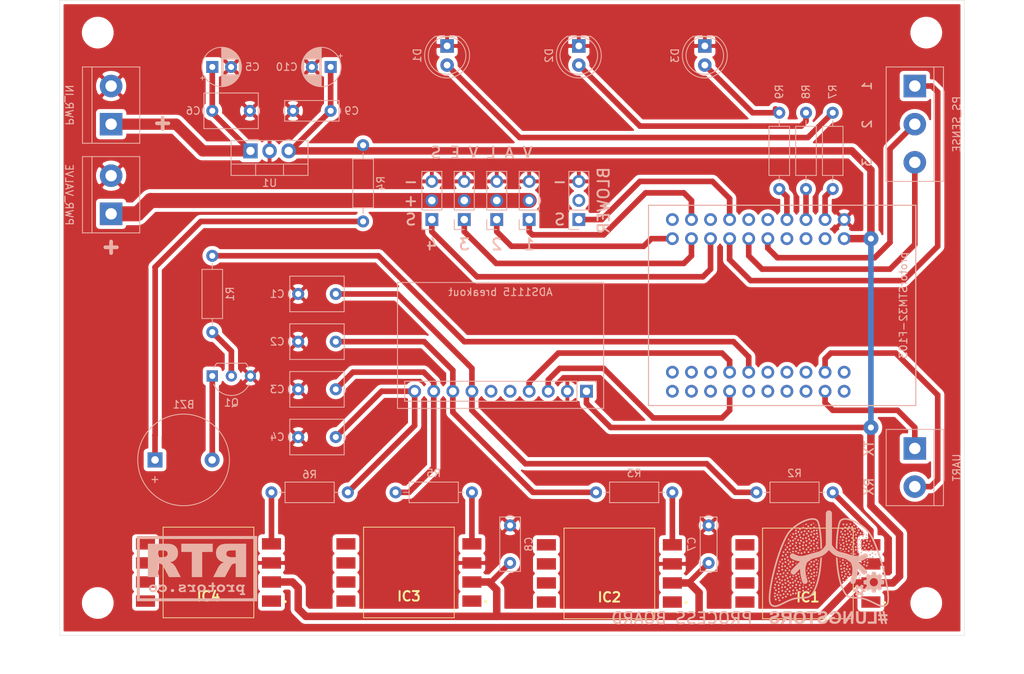
<source format=kicad_pcb>
(kicad_pcb (version 20171130) (host pcbnew "(5.1.5)-3")
  (title_block (title PROCESS_BOARD_TH) (date 2020-05-01) (rev 1) (comment 1 LUNGSTORS) (comment 2 "Veljko Petrović") (comment 3 "Veljko Petrović") (comment 4 "Veljko Petrović"))
  (layers (0 F.Cu signal) (31 B.Cu signal) (34 B.Paste user) (35 F.Paste user) (36 B.SilkS user) (37 F.SilkS user) (38 B.Mask user) (39 F.Mask user) (44 Edge.Cuts user))
  (net 0 "")
  (net 1 "Net-(BZ1-Pad2)")
  (net 2 +5V)
  (net 3 GND)
  (net 4 "Net-(IC1-Pad4)")
  (net 5 "Net-(IC2-Pad4)")
  (net 6 "Net-(IC3-Pad4)")
  (net 7 "Net-(IC4-Pad4)")
  (net 8 +6V)
  (net 9 V_1)
  (net 10 V_2)
  (net 11 V_3)
  (net 12 V_4)
  (net 13 ESC)
  (net 14 +12V)
  (net 15 ADS_A3)
  (net 16 ADS_A2)
  (net 17 ADS_A1)
  (net 18 ADS_A0)
  (net 19 I2C_SDA)
  (net 20 I2C_SCL)
  (net 21 UART_RX)
  (net 22 UART_TX)
  (net 23 "Net-(Q1-Pad2)")
  (net 24 BUZZ)
  (net 25 LED_1)
  (net 26 LED_2)
  (net 27 LED_3)
  (net 28 "Net-(D1-Pad2)")
  (net 29 "Net-(D2-Pad2)")
  (net 30 "Net-(D3-Pad2)")
  (net 31 "Net-(BZ1-Pad1)")
  (net 32 SENSE_3)
  (net 33 SENSE_2)
  (net 34 SENSE_1)
  (module protors:logo_16 (layer B.Cu) (at 97.028 121.412 180)
    (fp_text reference G*** hide)
    (fp_text value LOGO hide)
  )
  (module protors:lungstors_16 (layer B.Cu) (at 181.102 121.158 180)
    (fp_text reference G*** hide)
    (fp_text value LOGO hide)
  )
  (module protors:protorSTM32-F103v1.1 (layer B.Cu) (at 192.659 86.36 90)
    (fp_text reference uC1 hide)
    (fp_text value protorSTM32-F103 (at 0 -1.651 90) (layer B.SilkS) (effects (justify mirror)))
    (pad 1 thru_hole circle (at 11.43 -9.525 90) (size 1.7 1.7) (drill 1) (layers *.Cu *.Mask) (net 3 GND))
    (pad 2 thru_hole circle (at 8.89 -9.525 90) (size 1.7 1.7) (drill 1) (layers *.Cu *.Mask) (net 2 +5V))
    (pad 3 thru_hole circle (at 11.43 -12.065 90) (size 1.7 1.7) (drill 1) (layers *.Cu *.Mask) (net 25 LED_1))
    (pad 4 thru_hole circle (at 8.89 -12.065 90) (size 1.7 1.7) (drill 1) (layers *.Cu *.Mask))
    (pad 5 thru_hole circle (at 11.43 -14.605 90) (size 1.7 1.7) (drill 1) (layers *.Cu *.Mask) (net 26 LED_2))
    (pad 6 thru_hole circle (at 8.89 -14.605 90) (size 1.7 1.7) (drill 1) (layers *.Cu *.Mask))
    (pad 7 thru_hole circle (at 11.43 -17.145 90) (size 1.7 1.7) (drill 1) (layers *.Cu *.Mask) (net 27 LED_3))
    (pad 8 thru_hole circle (at 8.89 -17.145 90) (size 1.7 1.7) (drill 1) (layers *.Cu *.Mask))
    (pad 9 thru_hole circle (at 11.43 -19.685 90) (size 1.7 1.7) (drill 1) (layers *.Cu *.Mask))
    (pad 10 thru_hole circle (at 8.89 -19.685 90) (size 1.7 1.7) (drill 1) (layers *.Cu *.Mask) (net 33 SENSE_2))
    (pad 11 thru_hole circle (at 11.43 -22.225 90) (size 1.7 1.7) (drill 1) (layers *.Cu *.Mask))
    (pad 12 thru_hole circle (at 8.89 -22.225 90) (size 1.7 1.7) (drill 1) (layers *.Cu *.Mask) (net 32 SENSE_3))
    (pad 13 thru_hole circle (at 11.43 -24.765 90) (size 1.7 1.7) (drill 1) (layers *.Cu *.Mask) (net 13 ESC))
    (pad 14 thru_hole circle (at 8.89 -24.765 90) (size 1.7 1.7) (drill 1) (layers *.Cu *.Mask) (net 34 SENSE_1))
    (pad 15 thru_hole circle (at 11.43 -27.305 90) (size 1.7 1.7) (drill 1) (layers *.Cu *.Mask))
    (pad 16 thru_hole circle (at 8.89 -27.305 90) (size 1.7 1.7) (drill 1) (layers *.Cu *.Mask) (net 12 V_4))
    (pad 17 thru_hole circle (at 11.43 -29.845 90) (size 1.7 1.7) (drill 1) (layers *.Cu *.Mask) (net 11 V_3))
    (pad 18 thru_hole circle (at 8.89 -29.845 90) (size 1.7 1.7) (drill 1) (layers *.Cu *.Mask) (net 10 V_2))
    (pad 19 thru_hole circle (at 11.43 -32.385 90) (size 1.7 1.7) (drill 1) (layers *.Cu *.Mask))
    (pad 20 thru_hole circle (at 8.89 -32.385 90) (size 1.7 1.7) (drill 1) (layers *.Cu *.Mask) (net 9 V_1))
    (pad 21 thru_hole circle (at -8.89 -9.525 90) (size 1.7 1.7) (drill 1) (layers *.Cu *.Mask))
    (pad 22 thru_hole circle (at -11.43 -9.525 90) (size 1.7 1.7) (drill 1) (layers *.Cu *.Mask))
    (pad 23 thru_hole circle (at -8.89 -12.065 90) (size 1.7 1.7) (drill 1) (layers *.Cu *.Mask) (net 21 UART_RX))
    (pad 24 thru_hole circle (at -11.43 -12.065 90) (size 1.7 1.7) (drill 1) (layers *.Cu *.Mask) (net 22 UART_TX))
    (pad 25 thru_hole circle (at -8.89 -14.605 90) (size 1.7 1.7) (drill 1) (layers *.Cu *.Mask))
    (pad 26 thru_hole circle (at -11.43 -14.605 90) (size 1.7 1.7) (drill 1) (layers *.Cu *.Mask))
    (pad 27 thru_hole circle (at -8.89 -17.145 90) (size 1.7 1.7) (drill 1) (layers *.Cu *.Mask))
    (pad 28 thru_hole circle (at -11.43 -17.145 90) (size 1.7 1.7) (drill 1) (layers *.Cu *.Mask))
    (pad 29 thru_hole circle (at -8.89 -19.685 90) (size 1.7 1.7) (drill 1) (layers *.Cu *.Mask))
    (pad 30 thru_hole circle (at -11.43 -19.685 90) (size 1.7 1.7) (drill 1) (layers *.Cu *.Mask))
    (pad 31 thru_hole circle (at -8.89 -22.225 90) (size 1.7 1.7) (drill 1) (layers *.Cu *.Mask) (net 24 BUZZ))
    (pad 32 thru_hole circle (at -11.43 -22.225 90) (size 1.7 1.7) (drill 1) (layers *.Cu *.Mask))
    (pad 33 thru_hole circle (at -8.89 -24.765 90) (size 1.7 1.7) (drill 1) (layers *.Cu *.Mask) (net 19 I2C_SDA))
    (pad 34 thru_hole circle (at -11.43 -24.765 90) (size 1.7 1.7) (drill 1) (layers *.Cu *.Mask) (net 20 I2C_SCL))
    (pad 35 thru_hole circle (at -8.89 -27.305 90) (size 1.7 1.7) (drill 1) (layers *.Cu *.Mask))
    (pad 36 thru_hole circle (at -11.43 -27.305 90) (size 1.7 1.7) (drill 1) (layers *.Cu *.Mask))
    (pad 37 thru_hole circle (at -8.89 -29.845 90) (size 1.7 1.7) (drill 1) (layers *.Cu *.Mask))
    (pad 38 thru_hole circle (at -11.43 -29.845 90) (size 1.7 1.7) (drill 1) (layers *.Cu *.Mask))
    (pad 39 thru_hole circle (at -8.89 -32.385 90) (size 1.7 1.7) (drill 1) (layers *.Cu *.Mask))
    (pad 40 thru_hole circle (at -11.43 -32.385 90) (size 1.7 1.7) (drill 1) (layers *.Cu *.Mask))
  )
  (module TerminalBlock:TerminalBlock_bornier-2_P5.08mm (layer B.Cu) (at 192.532 105.41 270)
    (fp_text reference J9 hide)
    (fp_text value UART (at 2.54 -5.588 270) (layer B.SilkS) (effects (justify mirror)))
    (pad 2 thru_hole circle (at 5.08 0 270) (size 3 3) (drill 1.52) (layers *.Cu *.Mask) (net 21 UART_RX))
    (pad 1 thru_hole rect (at 0 0 270) (size 3 3) (drill 1.52) (layers *.Cu *.Mask) (net 22 UART_TX))
  )
  (module Package_TO_SOT_THT:TO-92L_Inline_Wide (layer B.Cu) (at 99.06 95.758)
    (fp_text reference Q1 (at 2.54 3.56) (layer B.SilkS) (effects (justify mirror)))
    (fp_text value BC337)
    (pad 1 thru_hole rect (at 0 0 270) (size 1.5 1.5) (drill 0.8) (layers *.Cu *.Mask) (net 1 "Net-(BZ1-Pad2)"))
    (pad 3 thru_hole circle (at 5.08 0 270) (size 1.5 1.5) (drill 0.8) (layers *.Cu *.Mask) (net 3 GND))
    (pad 2 thru_hole circle (at 2.54 0 270) (size 1.5 1.5) (drill 0.8) (layers *.Cu *.Mask) (net 23 "Net-(Q1-Pad2)"))
  )
  (module Connector_Wire:SolderWirePad_1x01_Drill0.8mm (layer F.Cu) (at 186.69 102.616)
    (fp_text reference REF** hide)
    (fp_text value SolderWirePad_1x01_Drill0.8mm)
    (pad 1 thru_hole circle (at 0 0) (size 1.99898 1.99898) (drill 0.8001) (layers *.Cu *.Mask))
  )
  (module Connector_Wire:SolderWirePad_1x01_Drill0.8mm (layer F.Cu) (at 186.69 77.47)
    (fp_text reference REF** hide)
    (fp_text value SolderWirePad_1x01_Drill0.8mm)
    (pad 1 thru_hole circle (at 0 0) (size 1.99898 1.99898) (drill 0.8001) (layers *.Cu *.Mask))
  )
  (module MountingHole:MountingHole_3.2mm_M3_ISO7380 (layer F.Cu) (at 83.82 125.984)
    (fp_text reference REF** hide)
    (fp_text value MountingHole_3.2mm_M3_ISO7380)
    (pad 1 np_thru_hole circle (at 0 0) (size 3.2 3.2) (drill 3.2) (layers *.Cu *.Mask))
  )
  (module MountingHole:MountingHole_3.2mm_M3_ISO7380 (layer F.Cu) (at 83.82 50.038)
    (fp_text reference REF** hide)
    (fp_text value MountingHole_3.2mm_M3_ISO7380)
    (pad 1 np_thru_hole circle (at 0 0) (size 3.2 3.2) (drill 3.2) (layers *.Cu *.Mask))
  )
  (module MountingHole:MountingHole_3.2mm_M3_ISO7380 (layer F.Cu) (at 194.056 50.038)
    (fp_text reference REF** hide)
    (fp_text value MountingHole_3.2mm_M3_ISO7380)
    (pad 1 np_thru_hole circle (at 0 0) (size 3.2 3.2) (drill 3.2) (layers *.Cu *.Mask))
  )
  (module MountingHole:MountingHole_3.2mm_M3_ISO7380 (layer F.Cu) (at 194.056 125.984)
    (fp_text reference REF** hide)
    (fp_text value MountingHole_3.2mm_M3_ISO7380)
    (pad 1 np_thru_hole circle (at 0 0) (size 3.2 3.2) (drill 3.2) (layers *.Cu *.Mask))
  )
  (module Capacitor_THT:C_Rect_L7.0mm_W2.5mm_P5.00mm (layer B.Cu) (at 114.808 60.452 180)
    (fp_text reference C9 (at -2.794 0) (layer B.SilkS) (effects (justify mirror)))
    (fp_text value 100nF)
    (pad 2 thru_hole circle (at 5 0 180) (size 1.6 1.6) (drill 0.8) (layers *.Cu *.Mask) (net 3 GND))
    (pad 1 thru_hole circle (at 0 0 180) (size 1.6 1.6) (drill 0.8) (layers *.Cu *.Mask) (net 2 +5V))
  )
  (module Capacitor_THT:C_Rect_L7.0mm_W2.5mm_P5.00mm (layer B.Cu) (at 138.684 120.65 90)
    (fp_text reference C8 (at 2.5 2.5 90) (layer B.SilkS) (effects (justify mirror)))
    (fp_text value 100nF)
    (pad 2 thru_hole circle (at 5 0 90) (size 1.6 1.6) (drill 0.8) (layers *.Cu *.Mask) (net 3 GND))
    (pad 1 thru_hole circle (at 0 0 90) (size 1.6 1.6) (drill 0.8) (layers *.Cu *.Mask) (net 2 +5V))
  )
  (module Capacitor_THT:C_Rect_L7.0mm_W2.0mm_P5.00mm (layer B.Cu) (at 165.1 115.65 270)
    (fp_text reference C7 (at 2.5 2.25 90) (layer B.SilkS) (effects (justify mirror)))
    (fp_text value 10nF)
    (pad 2 thru_hole circle (at 5 0 270) (size 1.6 1.6) (drill 0.8) (layers *.Cu *.Mask) (net 2 +5V))
    (pad 1 thru_hole circle (at 0 0 270) (size 1.6 1.6) (drill 0.8) (layers *.Cu *.Mask) (net 3 GND))
  )
  (module Capacitor_THT:C_Rect_L7.0mm_W4.5mm_P5.00mm (layer B.Cu) (at 99.06 60.452)
    (fp_text reference C6 (at -2.54 0) (layer B.SilkS) (effects (justify mirror)))
    (fp_text value 330nF)
    (pad 2 thru_hole circle (at 5 0) (size 1.6 1.6) (drill 0.8) (layers *.Cu *.Mask) (net 3 GND))
    (pad 1 thru_hole circle (at 0 0) (size 1.6 1.6) (drill 0.8) (layers *.Cu *.Mask) (net 14 +12V))
  )
  (module Capacitor_THT:C_Rect_L7.0mm_W4.5mm_P5.00mm (layer B.Cu) (at 110.49 103.886)
    (fp_text reference C4 (at -2.794 0) (layer B.SilkS) (effects (justify mirror)))
    (fp_text value 330nF)
    (pad 2 thru_hole circle (at 5 0) (size 1.6 1.6) (drill 0.8) (layers *.Cu *.Mask) (net 15 ADS_A3))
    (pad 1 thru_hole circle (at 0 0) (size 1.6 1.6) (drill 0.8) (layers *.Cu *.Mask) (net 3 GND))
  )
  (module Capacitor_THT:C_Rect_L7.0mm_W4.5mm_P5.00mm (layer B.Cu) (at 110.49 97.536)
    (fp_text reference C3 (at -2.794 0) (layer B.SilkS) (effects (justify mirror)))
    (fp_text value 330nF)
    (pad 2 thru_hole circle (at 5 0) (size 1.6 1.6) (drill 0.8) (layers *.Cu *.Mask) (net 16 ADS_A2))
    (pad 1 thru_hole circle (at 0 0) (size 1.6 1.6) (drill 0.8) (layers *.Cu *.Mask) (net 3 GND))
  )
  (module Capacitor_THT:C_Rect_L7.0mm_W4.5mm_P5.00mm (layer B.Cu) (at 110.49 91.186)
    (fp_text reference C2 (at -2.794 0) (layer B.SilkS) (effects (justify mirror)))
    (fp_text value 330nF)
    (pad 2 thru_hole circle (at 5 0) (size 1.6 1.6) (drill 0.8) (layers *.Cu *.Mask) (net 17 ADS_A1))
    (pad 1 thru_hole circle (at 0 0) (size 1.6 1.6) (drill 0.8) (layers *.Cu *.Mask) (net 3 GND))
  )
  (module Capacitor_THT:C_Rect_L7.0mm_W4.5mm_P5.00mm (layer B.Cu) (at 110.49 84.836)
    (fp_text reference C1 (at -2.794 0) (layer B.SilkS) (effects (justify mirror)))
    (fp_text value 330nF)
    (pad 2 thru_hole circle (at 5 0) (size 1.6 1.6) (drill 0.8) (layers *.Cu *.Mask) (net 18 ADS_A0))
    (pad 1 thru_hole circle (at 0 0) (size 1.6 1.6) (drill 0.8) (layers *.Cu *.Mask) (net 3 GND))
  )
  (module TerminalBlock:TerminalBlock_bornier-2_P5.08mm (layer B.Cu) (at 85.598 62.23 90)
    (fp_text reference J7 hide)
    (fp_text value PWR_IN (at 2.54 -5.588 270 unlocked) (layer B.SilkS) (effects (justify mirror)))
    (pad 2 thru_hole circle (at 5.08 0 90) (size 3 3) (drill 1.52) (layers *.Cu *.Mask) (net 3 GND))
    (pad 1 thru_hole rect (at 0 0 90) (size 3 3) (drill 1.52) (layers *.Cu *.Mask) (net 14 +12V))
  )
  (module TerminalBlock:TerminalBlock_bornier-2_P5.08mm (layer B.Cu) (at 85.598 74.168 90)
    (fp_text reference J6 hide)
    (fp_text value PWR_VALVE (at 2.54 -5.588 270 unlocked) (layer B.SilkS) (effects (justify mirror)))
    (pad 2 thru_hole circle (at 5.08 0 90) (size 3 3) (drill 1.52) (layers *.Cu *.Mask) (net 3 GND))
    (pad 1 thru_hole rect (at 0 0 90) (size 3 3) (drill 1.52) (layers *.Cu *.Mask) (net 8 +6V))
  )
  (module TerminalBlock:TerminalBlock_bornier-3_P5.08mm (layer B.Cu) (at 192.532 57.15 270)
    (fp_text reference J10 hide)
    (fp_text value PS_SENSE (at 5.08 -5.588 270) (layer B.SilkS) (effects (justify mirror)))
    (pad 3 thru_hole circle (at 10.16 0 270) (size 3 3) (drill 1.52) (layers *.Cu *.Mask) (net 32 SENSE_3))
    (pad 2 thru_hole circle (at 5.08 0 270) (size 3 3) (drill 1.52) (layers *.Cu *.Mask) (net 33 SENSE_2))
    (pad 1 thru_hole rect (at 0 0 270) (size 3 3) (drill 1.52) (layers *.Cu *.Mask) (net 34 SENSE_1))
  )
  (module protors:MPXV7002DPT1 (layer F.Cu) (at 178.306 125.222)
    (fp_text reference IC1 (at 0 0) (layer F.SilkS) (effects (font (size 1.27 1.27) (thickness 0.254))))
    (fp_text value MPXV7002DP hide)
    (pad 1 smd rect (at 8.38 0.635 90) (size 1.52 2.54) (layers F.Cu F.Paste F.Mask))
    (pad 2 smd rect (at 8.38 -1.905 90) (size 1.52 2.54) (layers F.Cu F.Paste F.Mask) (net 2 +5V))
    (pad 3 smd rect (at 8.38 -4.445 90) (size 1.52 2.54) (layers F.Cu F.Paste F.Mask) (net 3 GND))
    (pad 4 smd rect (at 8.38 -6.985 90) (size 1.52 2.54) (layers F.Cu F.Paste F.Mask) (net 4 "Net-(IC1-Pad4)"))
    (pad 5 smd rect (at -8.38 -6.985 90) (size 1.52 2.54) (layers F.Cu F.Paste F.Mask))
    (pad 6 smd rect (at -8.38 -4.445 90) (size 1.52 2.54) (layers F.Cu F.Paste F.Mask))
    (pad 7 smd rect (at -8.38 -1.905 90) (size 1.52 2.54) (layers F.Cu F.Paste F.Mask))
    (pad 8 smd rect (at -8.38 0.635 90) (size 1.52 2.54) (layers F.Cu F.Paste F.Mask))
  )
  (module Resistor_THT:R_Axial_DIN0207_L6.3mm_D2.5mm_P10.16mm_Horizontal (layer B.Cu) (at 174.498 60.706 270)
    (fp_text reference R9 (at -2.794 0 90) (layer B.SilkS) (effects (justify mirror)))
    (fp_text value 1k)
    (pad 2 thru_hole oval (at 10.16 0 270) (size 1.6 1.6) (drill 0.8) (layers *.Cu *.Mask) (net 27 LED_3))
    (pad 1 thru_hole circle (at 0 0 270) (size 1.6 1.6) (drill 0.8) (layers *.Cu *.Mask) (net 30 "Net-(D3-Pad2)"))
  )
  (module Resistor_THT:R_Axial_DIN0207_L6.3mm_D2.5mm_P10.16mm_Horizontal (layer B.Cu) (at 178.054 60.706 270)
    (fp_text reference R8 (at -2.794 0 90) (layer B.SilkS) (effects (justify mirror)))
    (fp_text value 1k)
    (pad 2 thru_hole oval (at 10.16 0 270) (size 1.6 1.6) (drill 0.8) (layers *.Cu *.Mask) (net 26 LED_2))
    (pad 1 thru_hole circle (at 0 0 270) (size 1.6 1.6) (drill 0.8) (layers *.Cu *.Mask) (net 29 "Net-(D2-Pad2)"))
  )
  (module Resistor_THT:R_Axial_DIN0207_L6.3mm_D2.5mm_P10.16mm_Horizontal (layer B.Cu) (at 181.61 60.706 270)
    (fp_text reference R7 (at -2.794 0 90) (layer B.SilkS) (effects (justify mirror)))
    (fp_text value 1k)
    (pad 2 thru_hole oval (at 10.16 0 270) (size 1.6 1.6) (drill 0.8) (layers *.Cu *.Mask) (net 25 LED_1))
    (pad 1 thru_hole circle (at 0 0 270) (size 1.6 1.6) (drill 0.8) (layers *.Cu *.Mask) (net 28 "Net-(D1-Pad2)"))
  )
  (module LED_THT:LED_D5.0mm (layer B.Cu) (at 164.592 51.816 270)
    (fp_text reference D3 (at 1.27 3.96 90) (layer B.SilkS) (effects (justify mirror)))
    (fp_text value LED)
    (pad 2 thru_hole circle (at 2.54 0 270) (size 1.8 1.8) (drill 0.9) (layers *.Cu *.Mask) (net 30 "Net-(D3-Pad2)"))
    (pad 1 thru_hole rect (at 0 0 270) (size 1.8 1.8) (drill 0.9) (layers *.Cu *.Mask) (net 3 GND))
  )
  (module LED_THT:LED_D5.0mm (layer B.Cu) (at 147.828 51.816 270)
    (fp_text reference D2 (at 1.27 3.96 90) (layer B.SilkS) (effects (justify mirror)))
    (fp_text value LED)
    (pad 2 thru_hole circle (at 2.54 0 270) (size 1.8 1.8) (drill 0.9) (layers *.Cu *.Mask) (net 29 "Net-(D2-Pad2)"))
    (pad 1 thru_hole rect (at 0 0 270) (size 1.8 1.8) (drill 0.9) (layers *.Cu *.Mask) (net 3 GND))
  )
  (module LED_THT:LED_D5.0mm (layer B.Cu) (at 130.302 51.816 270)
    (fp_text reference D1 (at 1.27 3.96 90) (layer B.SilkS) (effects (justify mirror)))
    (fp_text value LED)
    (pad 2 thru_hole circle (at 2.54 0 270) (size 1.8 1.8) (drill 0.9) (layers *.Cu *.Mask) (net 28 "Net-(D1-Pad2)"))
    (pad 1 thru_hole rect (at 0 0 270) (size 1.8 1.8) (drill 0.9) (layers *.Cu *.Mask) (net 3 GND))
  )
  (module Capacitor_THT:CP_Radial_D5.0mm_P2.50mm (layer B.Cu) (at 114.808 54.61 180)
    (fp_text reference C10 (at 5.842 0) (layer B.SilkS) (effects (justify mirror)))
    (fp_text value 10uF)
    (pad 2 thru_hole circle (at 2.5 0 180) (size 1.6 1.6) (drill 0.8) (layers *.Cu *.Mask) (net 3 GND))
    (pad 1 thru_hole rect (at 0 0 180) (size 1.6 1.6) (drill 0.8) (layers *.Cu *.Mask) (net 2 +5V))
  )
  (module Capacitor_THT:CP_Radial_D5.0mm_P2.50mm (layer B.Cu) (at 99.06 54.61)
    (fp_text reference C5 (at 5.334 0) (layer B.SilkS) (effects (justify mirror)))
    (fp_text value 10uF)
    (pad 2 thru_hole circle (at 2.5 0) (size 1.6 1.6) (drill 0.8) (layers *.Cu *.Mask) (net 3 GND))
    (pad 1 thru_hole rect (at 0 0) (size 1.6 1.6) (drill 0.8) (layers *.Cu *.Mask) (net 14 +12V))
  )
  (module Resistor_THT:R_Axial_DIN0207_L6.3mm_D2.5mm_P10.16mm_Horizontal (layer B.Cu) (at 117.094 111.252 180)
    (fp_text reference R6 (at 5.08 2.37) (layer B.SilkS) (effects (justify mirror)))
    (fp_text value 750R)
    (pad 2 thru_hole oval (at 10.16 0 180) (size 1.6 1.6) (drill 0.8) (layers *.Cu *.Mask) (net 7 "Net-(IC4-Pad4)"))
    (pad 1 thru_hole circle (at 0 0 180) (size 1.6 1.6) (drill 0.8) (layers *.Cu *.Mask) (net 15 ADS_A3))
  )
  (module Resistor_THT:R_Axial_DIN0207_L6.3mm_D2.5mm_P10.16mm_Horizontal (layer B.Cu) (at 123.444 111.252)
    (fp_text reference R5 (at 5.08 -2.54) (layer B.SilkS) (effects (justify mirror)))
    (fp_text value 750R)
    (pad 2 thru_hole oval (at 10.16 0) (size 1.6 1.6) (drill 0.8) (layers *.Cu *.Mask) (net 6 "Net-(IC3-Pad4)"))
    (pad 1 thru_hole circle (at 0 0) (size 1.6 1.6) (drill 0.8) (layers *.Cu *.Mask) (net 16 ADS_A2))
  )
  (module Resistor_THT:R_Axial_DIN0207_L6.3mm_D2.5mm_P10.16mm_Horizontal (layer B.Cu) (at 119.126 75.184 90)
    (fp_text reference R4 (at 5.08 2.37 90) (layer B.SilkS) (effects (justify mirror)))
    (fp_text value 100R)
    (pad 2 thru_hole oval (at 10.16 0 90) (size 1.6 1.6) (drill 0.8) (layers *.Cu *.Mask) (net 2 +5V))
    (pad 1 thru_hole circle (at 0 0 90) (size 1.6 1.6) (drill 0.8) (layers *.Cu *.Mask) (net 31 "Net-(BZ1-Pad1)"))
  )
  (module Resistor_THT:R_Axial_DIN0207_L6.3mm_D2.5mm_P10.16mm_Horizontal (layer B.Cu) (at 150.114 111.252)
    (fp_text reference R3 (at 5.08 -2.54) (layer B.SilkS) (effects (justify mirror)))
    (fp_text value 750R)
    (pad 2 thru_hole oval (at 10.16 0) (size 1.6 1.6) (drill 0.8) (layers *.Cu *.Mask) (net 5 "Net-(IC2-Pad4)"))
    (pad 1 thru_hole circle (at 0 0) (size 1.6 1.6) (drill 0.8) (layers *.Cu *.Mask) (net 17 ADS_A1))
  )
  (module Resistor_THT:R_Axial_DIN0207_L6.3mm_D2.5mm_P10.16mm_Horizontal (layer B.Cu) (at 171.45 111.252)
    (fp_text reference R2 (at 5.08 -2.54) (layer B.SilkS) (effects (justify mirror)))
    (fp_text value 750R)
    (pad 2 thru_hole oval (at 10.16 0) (size 1.6 1.6) (drill 0.8) (layers *.Cu *.Mask) (net 4 "Net-(IC1-Pad4)"))
    (pad 1 thru_hole circle (at 0 0) (size 1.6 1.6) (drill 0.8) (layers *.Cu *.Mask) (net 18 ADS_A0))
  )
  (module Resistor_THT:R_Axial_DIN0207_L6.3mm_D2.5mm_P10.16mm_Horizontal (layer B.Cu) (at 99.06 89.916 90)
    (fp_text reference R1 (at 5.08 2.37 90) (layer B.SilkS) (effects (justify mirror)))
    (fp_text value 3.3k)
    (pad 2 thru_hole oval (at 10.16 0 90) (size 1.6 1.6) (drill 0.8) (layers *.Cu *.Mask) (net 24 BUZZ))
    (pad 1 thru_hole circle (at 0 0 90) (size 1.6 1.6) (drill 0.8) (layers *.Cu *.Mask) (net 23 "Net-(Q1-Pad2)"))
  )
  (module Package_TO_SOT_THT:TO-220-3_Vertical (layer B.Cu) (at 104.14 65.786)
    (fp_text reference U1 (at 2.54 4.27) (layer B.SilkS) (effects (justify mirror)))
    (fp_text value L7805)
    (pad 3 thru_hole oval (at 5.08 0) (size 1.905 2) (drill 1.1) (layers *.Cu *.Mask) (net 2 +5V))
    (pad 2 thru_hole oval (at 2.54 0) (size 1.905 2) (drill 1.1) (layers *.Cu *.Mask) (net 3 GND))
    (pad 1 thru_hole rect (at 0 0) (size 1.905 2) (drill 1.1) (layers *.Cu *.Mask) (net 14 +12V))
  )
  (module Connector_PinSocket_2.54mm:PinSocket_1x10_P2.54mm_Vertical (layer B.Cu) (at 148.844 97.79 90)
    (fp_text reference J8 hide)
    (fp_text value ADS1115_breakout)
    (pad 10 thru_hole oval (at 0 -22.86 90) (size 1.7 1.7) (drill 1) (layers *.Cu *.Mask) (net 15 ADS_A3))
    (pad 9 thru_hole oval (at 0 -20.32 90) (size 1.7 1.7) (drill 1) (layers *.Cu *.Mask) (net 16 ADS_A2))
    (pad 8 thru_hole oval (at 0 -17.78 90) (size 1.7 1.7) (drill 1) (layers *.Cu *.Mask) (net 17 ADS_A1))
    (pad 7 thru_hole oval (at 0 -15.24 90) (size 1.7 1.7) (drill 1) (layers *.Cu *.Mask) (net 18 ADS_A0))
    (pad 6 thru_hole oval (at 0 -12.7 90) (size 1.7 1.7) (drill 1) (layers *.Cu *.Mask))
    (pad 5 thru_hole oval (at 0 -10.16 90) (size 1.7 1.7) (drill 1) (layers *.Cu *.Mask))
    (pad 4 thru_hole oval (at 0 -7.62 90) (size 1.7 1.7) (drill 1) (layers *.Cu *.Mask) (net 19 I2C_SDA))
    (pad 3 thru_hole oval (at 0 -5.08 90) (size 1.7 1.7) (drill 1) (layers *.Cu *.Mask) (net 20 I2C_SCL))
    (pad 2 thru_hole oval (at 0 -2.54 90) (size 1.7 1.7) (drill 1) (layers *.Cu *.Mask) (net 3 GND))
    (pad 1 thru_hole rect (at 0 0 90) (size 1.7 1.7) (drill 1) (layers *.Cu *.Mask) (net 2 +5V))
  )
  (module Connector_PinHeader_2.54mm:PinHeader_1x03_P2.54mm_Vertical (layer B.Cu) (at 147.828 74.93)
    (fp_text reference J5 hide)
    (fp_text value BLOWER (at 3.302 -2.54 90) (layer B.SilkS) (effects (font (size 1.5 1.5) (thickness 0.25)) (justify mirror)))
    (pad 3 thru_hole oval (at 0 -5.08) (size 1.7 1.7) (drill 1) (layers *.Cu *.Mask) (net 3 GND))
    (pad 2 thru_hole oval (at 0 -2.54) (size 1.7 1.7) (drill 1) (layers *.Cu *.Mask))
    (pad 1 thru_hole rect (at 0 0) (size 1.7 1.7) (drill 1) (layers *.Cu *.Mask) (net 13 ESC))
  )
  (module Connector_PinHeader_2.54mm:PinHeader_1x03_P2.54mm_Vertical (layer B.Cu) (at 128.27 74.93)
    (fp_text reference J4 hide)
    (fp_text value VALVE_4)
    (pad 3 thru_hole oval (at 0 -5.08) (size 1.7 1.7) (drill 1) (layers *.Cu *.Mask) (net 3 GND))
    (pad 2 thru_hole oval (at 0 -2.54) (size 1.7 1.7) (drill 1) (layers *.Cu *.Mask) (net 8 +6V))
    (pad 1 thru_hole rect (at 0 0) (size 1.7 1.7) (drill 1) (layers *.Cu *.Mask) (net 12 V_4))
  )
  (module Connector_PinHeader_2.54mm:PinHeader_1x03_P2.54mm_Vertical (layer B.Cu) (at 141.224 74.93)
    (fp_text reference J3 hide)
    (fp_text value VALVE_3)
    (pad 3 thru_hole oval (at 0 -5.08) (size 1.7 1.7) (drill 1) (layers *.Cu *.Mask) (net 3 GND))
    (pad 2 thru_hole oval (at 0 -2.54) (size 1.7 1.7) (drill 1) (layers *.Cu *.Mask) (net 8 +6V))
    (pad 1 thru_hole rect (at 0 0) (size 1.7 1.7) (drill 1) (layers *.Cu *.Mask) (net 11 V_3))
  )
  (module Connector_PinHeader_2.54mm:PinHeader_1x03_P2.54mm_Vertical (layer B.Cu) (at 132.588 74.93)
    (fp_text reference J2 hide)
    (fp_text value VALVE_2)
    (pad 3 thru_hole oval (at 0 -5.08) (size 1.7 1.7) (drill 1) (layers *.Cu *.Mask) (net 3 GND))
    (pad 2 thru_hole oval (at 0 -2.54) (size 1.7 1.7) (drill 1) (layers *.Cu *.Mask) (net 8 +6V))
    (pad 1 thru_hole rect (at 0 0) (size 1.7 1.7) (drill 1) (layers *.Cu *.Mask) (net 10 V_2))
  )
  (module Connector_PinHeader_2.54mm:PinHeader_1x03_P2.54mm_Vertical (layer B.Cu) (at 136.906 74.93)
    (fp_text reference J1 hide)
    (fp_text value VALVE_1)
    (pad 3 thru_hole oval (at 0 -5.08) (size 1.7 1.7) (drill 1) (layers *.Cu *.Mask) (net 3 GND))
    (pad 2 thru_hole oval (at 0 -2.54) (size 1.7 1.7) (drill 1) (layers *.Cu *.Mask) (net 8 +6V))
    (pad 1 thru_hole rect (at 0 0) (size 1.7 1.7) (drill 1) (layers *.Cu *.Mask) (net 9 V_1))
  )
  (module protors:MPXV7002DPT1 (layer F.Cu) (at 98.554 125.095)
    (fp_text reference IC4 (at 0 0) (layer F.SilkS) (effects (font (size 1.27 1.27) (thickness 0.254))))
    (fp_text value MPXV7007DP hide)
    (pad 1 smd rect (at 8.38 0.635 90) (size 1.52 2.54) (layers F.Cu F.Paste F.Mask))
    (pad 2 smd rect (at 8.38 -1.905 90) (size 1.52 2.54) (layers F.Cu F.Paste F.Mask) (net 2 +5V))
    (pad 3 smd rect (at 8.38 -4.445 90) (size 1.52 2.54) (layers F.Cu F.Paste F.Mask) (net 3 GND))
    (pad 4 smd rect (at 8.38 -6.985 90) (size 1.52 2.54) (layers F.Cu F.Paste F.Mask) (net 7 "Net-(IC4-Pad4)"))
    (pad 5 smd rect (at -8.38 -6.985 90) (size 1.52 2.54) (layers F.Cu F.Paste F.Mask))
    (pad 6 smd rect (at -8.38 -4.445 90) (size 1.52 2.54) (layers F.Cu F.Paste F.Mask))
    (pad 7 smd rect (at -8.38 -1.905 90) (size 1.52 2.54) (layers F.Cu F.Paste F.Mask))
    (pad 8 smd rect (at -8.38 0.635 90) (size 1.52 2.54) (layers F.Cu F.Paste F.Mask))
  )
  (module protors:MPXV7002DPT1 (layer F.Cu) (at 125.22 125.095)
    (fp_text reference IC3 (at 0 0) (layer F.SilkS) (effects (font (size 1.27 1.27) (thickness 0.254))))
    (fp_text value MPXV7002DP hide)
    (pad 1 smd rect (at 8.38 0.635 90) (size 1.52 2.54) (layers F.Cu F.Paste F.Mask))
    (pad 2 smd rect (at 8.38 -1.905 90) (size 1.52 2.54) (layers F.Cu F.Paste F.Mask) (net 2 +5V))
    (pad 3 smd rect (at 8.38 -4.445 90) (size 1.52 2.54) (layers F.Cu F.Paste F.Mask) (net 3 GND))
    (pad 4 smd rect (at 8.38 -6.985 90) (size 1.52 2.54) (layers F.Cu F.Paste F.Mask) (net 6 "Net-(IC3-Pad4)"))
    (pad 5 smd rect (at -8.38 -6.985 90) (size 1.52 2.54) (layers F.Cu F.Paste F.Mask))
    (pad 6 smd rect (at -8.38 -4.445 90) (size 1.52 2.54) (layers F.Cu F.Paste F.Mask))
    (pad 7 smd rect (at -8.38 -1.905 90) (size 1.52 2.54) (layers F.Cu F.Paste F.Mask))
    (pad 8 smd rect (at -8.38 0.635 90) (size 1.52 2.54) (layers F.Cu F.Paste F.Mask))
  )
  (module protors:MPXV7002DPT1 (layer F.Cu) (at 151.892 125.222)
    (fp_text reference IC2 (at 0 0) (layer F.SilkS) (effects (font (size 1.27 1.27) (thickness 0.254))))
    (fp_text value MPXV7007DP hide)
    (pad 1 smd rect (at 8.38 0.635 90) (size 1.52 2.54) (layers F.Cu F.Paste F.Mask))
    (pad 2 smd rect (at 8.38 -1.905 90) (size 1.52 2.54) (layers F.Cu F.Paste F.Mask) (net 2 +5V))
    (pad 3 smd rect (at 8.38 -4.445 90) (size 1.52 2.54) (layers F.Cu F.Paste F.Mask) (net 3 GND))
    (pad 4 smd rect (at 8.38 -6.985 90) (size 1.52 2.54) (layers F.Cu F.Paste F.Mask) (net 5 "Net-(IC2-Pad4)"))
    (pad 5 smd rect (at -8.38 -6.985 90) (size 1.52 2.54) (layers F.Cu F.Paste F.Mask))
    (pad 6 smd rect (at -8.38 -4.445 90) (size 1.52 2.54) (layers F.Cu F.Paste F.Mask))
    (pad 7 smd rect (at -8.38 -1.905 90) (size 1.52 2.54) (layers F.Cu F.Paste F.Mask))
    (pad 8 smd rect (at -8.38 0.635 90) (size 1.52 2.54) (layers F.Cu F.Paste F.Mask))
  )
  (module Buzzer_Beeper:Buzzer_12x9.5RM7.6 (layer B.Cu) (at 91.44 106.934)
    (fp_text reference BZ1 (at 3.8 -7.366) (layer B.SilkS) (effects (justify mirror)))
    (fp_text value Buzzer)
    (fp_text user + (at -0.01 2.54) (layer B.SilkS) (effects (justify mirror)))
    (pad 2 thru_hole circle (at 7.6 0) (size 2 2) (drill 1) (layers *.Cu *.Mask) (net 1 "Net-(BZ1-Pad2)"))
    (pad 1 thru_hole rect (at 0 0) (size 2 2) (drill 1) (layers *.Cu *.Mask) (net 31 "Net-(BZ1-Pad1)"))
  )
  (gr_text 3 (at 186.182 67.31 90) (layer B.SilkS) (effects (font (size 1.2 1.2) (thickness 0.2)) (justify mirror)))
  (gr_text 2 (at 186.182 62.23 90) (layer B.SilkS) (effects (font (size 1.2 1.2) (thickness 0.2)) (justify mirror)))
  (gr_text 1 (at 186.182 57.15 90) (layer B.SilkS) (effects (font (size 1.2 1.2) (thickness 0.2)) (justify mirror)))
  (gr_text RX (at 186.436 110.49 90) (layer B.SilkS) (effects (font (size 1.2 1.2) (thickness 0.2)) (justify mirror)))
  (gr_text TX (at 186.436 105.41 90) (layer B.SilkS) (effects (font (size 1.2 1.2) (thickness 0.2)) (justify mirror)))
  (gr_text + (at 92.456 61.976) (layer B.SilkS) (effects (font (size 2 2) (thickness 0.5)) (justify mirror)))
  (gr_text + (at 85.598 78.486) (layer B.SilkS) (effects (font (size 2 2) (thickness 0.5)) (justify mirror)))
  (gr_text "PROCESS BOARD" (at 161.544 128.016) (layer B.SilkS) (effects (font (size 1.5 1.5) (thickness 0.25)) (justify mirror)))
  (gr_text S (at 145.288 74.93) (layer B.SilkS) (effects (font (size 1.5 1.5) (thickness 0.25)) (justify mirror)))
  (gr_text - (at 145.288 69.85) (layer B.SilkS) (effects (font (size 1.5 1.5) (thickness 0.25)) (justify mirror)))
  (gr_text S (at 125.476 74.93) (layer B.SilkS) (effects (font (size 1.5 1.5) (thickness 0.25)) (justify mirror)))
  (gr_text + (at 125.476 72.39) (layer B.SilkS) (effects (font (size 1.5 1.5) (thickness 0.25)) (justify mirror)))
  (gr_text - (at 125.476 69.85) (layer B.SilkS) (effects (font (size 1.5 1.5) (thickness 0.25)) (justify mirror)))
  (gr_text 4 (at 128.27 78.232) (layer B.SilkS) (effects (font (size 1.5 1.5) (thickness 0.25)) (justify mirror)))
  (gr_text 3 (at 132.588 78.232) (layer B.SilkS) (effects (font (size 1.5 1.5) (thickness 0.25)) (justify mirror)))
  (gr_text 2 (at 136.906 78.232) (layer B.SilkS) (effects (font (size 1.5 1.5) (thickness 0.25)) (justify mirror)))
  (gr_text 1 (at 141.224 78.232) (layer B.SilkS) (effects (font (size 1.5 1.5) (thickness 0.25)) (justify mirror)))
  (gr_text "V A L V E S" (at 134.874 66.04) (layer B.SilkS) (effects (font (size 1.5 1.5) (thickness 0.25)) (justify mirror)))
  (gr_text "ADS1115 breakout" (at 137.414 84.582) (layer B.SilkS) (effects (font (size 1 1)) (justify mirror)))
  (gr_line (start 123.698 100.076) (end 151.13 100.076) (layer B.SilkS) (width 0.12))
  (gr_line (start 123.698 83.312) (end 123.698 100.076) (layer B.SilkS) (width 0.12))
  (gr_line (start 151.13 83.312) (end 123.698 83.312) (layer B.SilkS) (width 0.12))
  (gr_line (start 151.13 100.076) (end 151.13 83.312) (layer B.SilkS) (width 0.12))
  (gr_line (start 78.74 130.302) (end 78.74 45.72) (layer Edge.Cuts) (width 0.05))
  (gr_line (start 199.136 130.302) (end 78.74 130.302) (layer Edge.Cuts) (width 0.05))
  (gr_line (start 199.136 45.72) (end 199.136 130.302) (layer Edge.Cuts) (width 0.05))
  (gr_line (start 78.74 45.72) (end 199.136 45.72) (layer Edge.Cuts) (width 0.05))
  (segment (start 186.69 77.47) (end 186.69 102.616) (width 0.75) (layer B.Cu) (net 0))
  (segment (start 99.06 105.918) (end 99.06 106.914) (width 0.75) (layer F.Cu) (net 1))
  (segment (start 99.06 105.918) (end 99.06 106.426) (width 0.75) (layer F.Cu) (net 1))
  (segment (start 99.06 106.914) (end 99.04 106.934) (width 0.75) (layer F.Cu) (net 1))
  (segment (start 99.06 97.028) (end 99.06 105.918) (width 0.75) (layer F.Cu) (net 1))
  (segment (start 99.06 95.758) (end 99.06 97.028) (width 0.75) (layer F.Cu) (net 1))
  (segment (start 114.808 54.61) (end 114.808 60.452) (width 0.75) (layer F.Cu) (net 2))
  (segment (start 109.474 65.786) (end 109.22 65.786) (width 0.75) (layer F.Cu) (net 2))
  (segment (start 114.808 60.452) (end 109.474 65.786) (width 0.75) (layer F.Cu) (net 2))
  (segment (start 186.69 77.47) (end 186.69 77.47) (width 1) (layer F.Cu) (net 2))
  (segment (start 186.69 68.326) (end 186.69 77.47) (width 1) (layer F.Cu) (net 2))
  (segment (start 185.928 77.47) (end 183.134 77.47) (width 1) (layer F.Cu) (net 2))
  (segment (start 184.15 65.786) (end 186.69 68.326) (width 1) (layer F.Cu) (net 2))
  (segment (start 133.6 123.19) (end 135.87 123.19) (width 1) (layer F.Cu) (net 2))
  (segment (start 160.272 123.317) (end 162.542 123.317) (width 1) (layer F.Cu) (net 2))
  (segment (start 152.07 102.616) (end 186.69 102.616) (width 0.75) (layer F.Cu) (net 2))
  (segment (start 148.844 99.39) (end 152.07 102.616) (width 0.75) (layer F.Cu) (net 2))
  (segment (start 148.844 97.79) (end 148.844 99.39) (width 0.75) (layer F.Cu) (net 2))
  (segment (start 119.126 65.786) (end 184.15 65.786) (width 1) (layer F.Cu) (net 2))
  (segment (start 109.22 65.786) (end 119.126 65.786) (width 1) (layer F.Cu) (net 2))
  (segment (start 190.5 122.428) (end 189.611 123.317) (width 1) (layer F.Cu) (net 2))
  (segment (start 189.611 123.317) (end 186.686 123.317) (width 1) (layer F.Cu) (net 2))
  (segment (start 190.5 116.84) (end 190.5 122.428) (width 1) (layer F.Cu) (net 2))
  (segment (start 186.69 102.616) (end 186.69 113.03) (width 1) (layer F.Cu) (net 2))
  (segment (start 186.69 113.03) (end 190.5 116.84) (width 1) (layer F.Cu) (net 2))
  (segment (start 186.69 77.47) (end 185.928 77.47) (width 1) (layer F.Cu) (net 2))
  (segment (start 162.542 123.208) (end 165.1 120.65) (width 0.75) (layer F.Cu) (net 2))
  (segment (start 162.542 123.317) (end 162.542 123.208) (width 0.75) (layer F.Cu) (net 2))
  (segment (start 136.144 123.19) (end 138.684 120.65) (width 0.75) (layer F.Cu) (net 2))
  (segment (start 135.87 123.19) (end 136.144 123.19) (width 0.75) (layer F.Cu) (net 2))
  (segment (start 163.83 124.605) (end 163.83 127.762) (width 1) (layer F.Cu) (net 2))
  (segment (start 162.542 123.317) (end 163.83 124.605) (width 1) (layer F.Cu) (net 2))
  (segment (start 186.686 123.317) (end 184.416 123.317) (width 1) (layer F.Cu) (net 2))
  (segment (start 180.086 127.762) (end 163.83 127.762) (width 1) (layer F.Cu) (net 2))
  (segment (start 184.416 123.317) (end 180.086 127.762) (width 1) (layer F.Cu) (net 2))
  (segment (start 136.906 124.226) (end 136.906 127.762) (width 1) (layer F.Cu) (net 2))
  (segment (start 135.87 123.19) (end 136.906 124.226) (width 1) (layer F.Cu) (net 2))
  (segment (start 163.83 127.762) (end 136.906 127.762) (width 1) (layer F.Cu) (net 2))
  (segment (start 109.728 123.19) (end 106.934 123.19) (width 1) (layer F.Cu) (net 2))
  (segment (start 110.49 126.746) (end 110.49 123.952) (width 1) (layer F.Cu) (net 2))
  (segment (start 110.49 123.952) (end 109.728 123.19) (width 1) (layer F.Cu) (net 2))
  (segment (start 136.906 127.762) (end 111.506 127.762) (width 1) (layer F.Cu) (net 2))
  (segment (start 111.506 127.762) (end 110.49 126.746) (width 1) (layer F.Cu) (net 2))
  (segment (start 119.126 65.024) (end 119.126 65.786) (width 0.75) (layer F.Cu) (net 2))
  (segment (start 186.69 118.233) (end 186.686 118.237) (width 0.75) (layer F.Cu) (net 4))
  (segment (start 186.686 116.328) (end 186.686 118.237) (width 0.75) (layer F.Cu) (net 4))
  (segment (start 181.61 111.252) (end 186.686 116.328) (width 0.75) (layer F.Cu) (net 4))
  (segment (start 160.274 118.235) (end 160.272 118.237) (width 0.75) (layer F.Cu) (net 5))
  (segment (start 160.274 111.252) (end 160.274 118.235) (width 0.75) (layer F.Cu) (net 5))
  (segment (start 133.604 118.106) (end 133.6 118.11) (width 0.75) (layer F.Cu) (net 6))
  (segment (start 133.604 111.252) (end 133.604 118.106) (width 0.75) (layer F.Cu) (net 6))
  (segment (start 106.934 111.252) (end 106.934 118.11) (width 0.75) (layer F.Cu) (net 7))
  (segment (start 127.067919 72.39) (end 128.27 72.39) (width 2) (layer F.Cu) (net 8))
  (segment (start 90.876 72.39) (end 127.067919 72.39) (width 2) (layer F.Cu) (net 8))
  (segment (start 89.098 74.168) (end 90.876 72.39) (width 2) (layer F.Cu) (net 8))
  (segment (start 85.598 74.168) (end 89.098 74.168) (width 2) (layer F.Cu) (net 8))
  (segment (start 128.27 72.39) (end 141.224 72.39) (width 2) (layer F.Cu) (net 8))
  (segment (start 136.906 76.53) (end 138.862 78.486) (width 0.75) (layer F.Cu) (net 9))
  (segment (start 136.906 74.93) (end 136.906 76.53) (width 0.75) (layer F.Cu) (net 9))
  (segment (start 138.862 78.486) (end 156.464 78.486) (width 0.75) (layer F.Cu) (net 9))
  (segment (start 157.48 77.47) (end 160.274 77.47) (width 0.75) (layer F.Cu) (net 9))
  (segment (start 156.464 78.486) (end 157.48 77.47) (width 0.75) (layer F.Cu) (net 9))
  (segment (start 132.588 76.53) (end 136.83 80.772) (width 0.75) (layer F.Cu) (net 10))
  (segment (start 132.588 74.93) (end 132.588 76.53) (width 0.75) (layer F.Cu) (net 10))
  (segment (start 136.83 80.772) (end 161.798 80.772) (width 0.75) (layer F.Cu) (net 10))
  (segment (start 162.814 79.756) (end 162.814 77.47) (width 0.75) (layer F.Cu) (net 10))
  (segment (start 161.798 80.772) (end 162.814 79.756) (width 0.75) (layer F.Cu) (net 10))
  (segment (start 141.224 76.53) (end 141.656 76.962) (width 0.75) (layer F.Cu) (net 11))
  (segment (start 141.224 74.93) (end 141.224 76.53) (width 0.75) (layer F.Cu) (net 11))
  (segment (start 141.656 76.962) (end 151.13 76.962) (width 0.75) (layer F.Cu) (net 11))
  (segment (start 151.13 76.962) (end 156.718 71.374) (width 0.75) (layer F.Cu) (net 11))
  (segment (start 156.718 71.374) (end 161.798 71.374) (width 0.75) (layer F.Cu) (net 11))
  (segment (start 162.814 72.39) (end 162.814 74.93) (width 0.75) (layer F.Cu) (net 11))
  (segment (start 161.798 71.374) (end 162.814 72.39) (width 0.75) (layer F.Cu) (net 11))
  (segment (start 128.27 76.53) (end 134.29 82.55) (width 0.75) (layer F.Cu) (net 12))
  (segment (start 128.27 74.93) (end 128.27 76.53) (width 0.75) (layer F.Cu) (net 12))
  (segment (start 134.29 82.55) (end 164.338 82.55) (width 0.75) (layer F.Cu) (net 12))
  (segment (start 165.354 81.534) (end 165.354 77.47) (width 0.75) (layer F.Cu) (net 12))
  (segment (start 164.338 82.55) (end 165.354 81.534) (width 0.75) (layer F.Cu) (net 12))
  (segment (start 147.828 74.93) (end 150.876 74.93) (width 0.75) (layer F.Cu) (net 13))
  (segment (start 150.876 74.93) (end 155.956 69.85) (width 0.75) (layer F.Cu) (net 13))
  (segment (start 155.956 69.85) (end 165.608 69.85) (width 0.75) (layer F.Cu) (net 13))
  (segment (start 167.894 72.136) (end 167.894 74.93) (width 0.75) (layer F.Cu) (net 13))
  (segment (start 165.608 69.85) (end 167.894 72.136) (width 0.75) (layer F.Cu) (net 13))
  (segment (start 99.06 54.61) (end 99.06 60.452) (width 0.75) (layer F.Cu) (net 14))
  (segment (start 99.06 60.706) (end 104.14 65.786) (width 0.75) (layer F.Cu) (net 14))
  (segment (start 99.06 60.452) (end 99.06 60.706) (width 0.75) (layer F.Cu) (net 14))
  (segment (start 94.234 62.23) (end 85.598 62.23) (width 1.5) (layer F.Cu) (net 14))
  (segment (start 104.14 65.786) (end 97.79 65.786) (width 1.5) (layer F.Cu) (net 14))
  (segment (start 97.79 65.786) (end 94.234 62.23) (width 1.5) (layer F.Cu) (net 14))
  (segment (start 125.984 102.362) (end 125.984 97.79) (width 0.75) (layer F.Cu) (net 15))
  (segment (start 117.094 111.252) (end 125.984 102.362) (width 0.75) (layer F.Cu) (net 15))
  (segment (start 121.586 97.79) (end 115.49 103.886) (width 0.75) (layer F.Cu) (net 15))
  (segment (start 125.984 97.79) (end 121.586 97.79) (width 0.75) (layer F.Cu) (net 15))
  (segment (start 123.444 111.252) (end 125.222 111.252) (width 0.75) (layer F.Cu) (net 16))
  (segment (start 128.524 107.95) (end 128.524 97.79) (width 0.75) (layer F.Cu) (net 16))
  (segment (start 125.222 111.252) (end 128.524 107.95) (width 0.75) (layer F.Cu) (net 16))
  (segment (start 128.524 96.587919) (end 127.186081 95.25) (width 0.75) (layer F.Cu) (net 16))
  (segment (start 128.524 97.79) (end 128.524 96.587919) (width 0.75) (layer F.Cu) (net 16))
  (segment (start 117.776 95.25) (end 115.49 97.536) (width 0.75) (layer F.Cu) (net 16))
  (segment (start 127.186081 95.25) (end 117.776 95.25) (width 0.75) (layer F.Cu) (net 16))
  (segment (start 131.064 94.996) (end 131.064 97.79) (width 0.75) (layer F.Cu) (net 17))
  (segment (start 131.064 98.992081) (end 131.064 97.79) (width 0.75) (layer F.Cu) (net 17))
  (segment (start 131.064 100.584) (end 131.064 98.992081) (width 0.75) (layer F.Cu) (net 17))
  (segment (start 150.114 111.252) (end 141.732 111.252) (width 0.75) (layer F.Cu) (net 17))
  (segment (start 141.732 111.252) (end 131.064 100.584) (width 0.75) (layer F.Cu) (net 17))
  (segment (start 127.254 91.186) (end 115.49 91.186) (width 0.75) (layer F.Cu) (net 17))
  (segment (start 131.064 94.996) (end 127.254 91.186) (width 0.75) (layer F.Cu) (net 17))
  (segment (start 164.846 107.442) (end 168.656 111.252) (width 0.75) (layer F.Cu) (net 18))
  (segment (start 140.716 107.442) (end 164.846 107.442) (width 0.75) (layer F.Cu) (net 18))
  (segment (start 133.604 97.79) (end 133.604 100.33) (width 0.75) (layer F.Cu) (net 18))
  (segment (start 133.604 100.33) (end 140.716 107.442) (width 0.75) (layer F.Cu) (net 18))
  (segment (start 171.45 111.252) (end 168.656 111.252) (width 0.75) (layer F.Cu) (net 18))
  (segment (start 123.698 84.836) (end 115.49 84.836) (width 0.75) (layer F.Cu) (net 18))
  (segment (start 133.604 97.79) (end 133.604 94.742) (width 0.75) (layer F.Cu) (net 18))
  (segment (start 133.604 94.742) (end 123.698 84.836) (width 0.75) (layer F.Cu) (net 18))
  (segment (start 141.224 96.587919) (end 145.101919 92.71) (width 0.75) (layer F.Cu) (net 19))
  (segment (start 141.224 97.79) (end 141.224 96.587919) (width 0.75) (layer F.Cu) (net 19))
  (segment (start 145.101919 92.71) (end 166.878 92.71) (width 0.75) (layer F.Cu) (net 19))
  (segment (start 167.894 93.726) (end 167.894 95.25) (width 0.75) (layer F.Cu) (net 19))
  (segment (start 166.878 92.71) (end 167.894 93.726) (width 0.75) (layer F.Cu) (net 19))
  (segment (start 143.764 97.79) (end 143.764 96.266) (width 0.75) (layer F.Cu) (net 20))
  (segment (start 143.764 96.266) (end 145.288 94.742) (width 0.75) (layer F.Cu) (net 20))
  (segment (start 145.288 94.742) (end 151.13 94.742) (width 0.75) (layer F.Cu) (net 20))
  (segment (start 151.13 94.742) (end 157.734 101.346) (width 0.75) (layer F.Cu) (net 20))
  (segment (start 157.734 101.346) (end 166.878 101.346) (width 0.75) (layer F.Cu) (net 20))
  (segment (start 167.894 100.33) (end 167.894 97.79) (width 0.75) (layer F.Cu) (net 20))
  (segment (start 166.878 101.346) (end 167.894 100.33) (width 0.75) (layer F.Cu) (net 20))
  (segment (start 194.65332 110.49) (end 195.58 109.56332) (width 0.75) (layer F.Cu) (net 21))
  (segment (start 192.532 110.49) (end 194.65332 110.49) (width 0.75) (layer F.Cu) (net 21))
  (segment (start 195.58 109.56332) (end 195.58 98.298) (width 0.75) (layer F.Cu) (net 21))
  (segment (start 195.58 98.298) (end 189.992 92.71) (width 0.75) (layer F.Cu) (net 21))
  (segment (start 189.992 92.71) (end 181.356 92.71) (width 0.75) (layer F.Cu) (net 21))
  (segment (start 180.594 93.472) (end 180.594 95.25) (width 0.75) (layer F.Cu) (net 21))
  (segment (start 181.356 92.71) (end 180.594 93.472) (width 0.75) (layer F.Cu) (net 21))
  (segment (start 181.61 100.33) (end 180.594 99.314) (width 0.75) (layer F.Cu) (net 22))
  (segment (start 180.594 99.314) (end 180.594 97.79) (width 0.75) (layer F.Cu) (net 22))
  (segment (start 192.532 105.41) (end 192.532 102.616) (width 0.75) (layer F.Cu) (net 22))
  (segment (start 190.246 100.33) (end 181.61 100.33) (width 0.75) (layer F.Cu) (net 22))
  (segment (start 192.532 102.616) (end 190.246 100.33) (width 0.75) (layer F.Cu) (net 22))
  (segment (start 101.6 92.456) (end 101.6 95.758) (width 0.75) (layer F.Cu) (net 23))
  (segment (start 99.06 89.916) (end 101.6 92.456) (width 0.75) (layer F.Cu) (net 23))
  (segment (start 132.588 91.186) (end 168.402 91.186) (width 0.75) (layer F.Cu) (net 24))
  (segment (start 170.434 93.218) (end 170.434 95.25) (width 0.75) (layer F.Cu) (net 24))
  (segment (start 168.402 91.186) (end 170.434 93.218) (width 0.75) (layer F.Cu) (net 24))
  (segment (start 121.158 79.756) (end 99.06 79.756) (width 0.75) (layer F.Cu) (net 24))
  (segment (start 132.588 91.186) (end 121.158 79.756) (width 0.75) (layer F.Cu) (net 24))
  (segment (start 180.594 71.882) (end 181.61 70.866) (width 0.75) (layer F.Cu) (net 25))
  (segment (start 180.594 74.93) (end 180.594 71.882) (width 0.75) (layer F.Cu) (net 25))
  (segment (start 178.054 70.866) (end 178.054 74.93) (width 0.75) (layer F.Cu) (net 26))
  (segment (start 175.514 71.882) (end 174.498 70.866) (width 0.75) (layer F.Cu) (net 27))
  (segment (start 175.514 74.93) (end 175.514 71.882) (width 0.75) (layer F.Cu) (net 27))
  (segment (start 181.61 60.706) (end 178.308 64.008) (width 0.75) (layer F.Cu) (net 28))
  (segment (start 139.954 64.008) (end 130.302 54.356) (width 0.75) (layer F.Cu) (net 28))
  (segment (start 178.308 64.008) (end 139.954 64.008) (width 0.75) (layer F.Cu) (net 28))
  (segment (start 178.054 61.83737) (end 177.40737 62.484) (width 0.75) (layer F.Cu) (net 29))
  (segment (start 178.054 60.706) (end 178.054 61.83737) (width 0.75) (layer F.Cu) (net 29))
  (segment (start 155.956 62.484) (end 147.828 54.356) (width 0.75) (layer F.Cu) (net 29))
  (segment (start 177.40737 62.484) (end 155.956 62.484) (width 0.75) (layer F.Cu) (net 29))
  (segment (start 173.99 60.198) (end 174.498 60.706) (width 0.75) (layer F.Cu) (net 30))
  (segment (start 170.942 60.706) (end 164.592 54.356) (width 0.75) (layer F.Cu) (net 30))
  (segment (start 174.498 60.706) (end 170.942 60.706) (width 0.75) (layer F.Cu) (net 30))
  (segment (start 119.126 75.184) (end 97.536 75.184) (width 0.75) (layer F.Cu) (net 31))
  (segment (start 97.536 75.184) (end 91.44 81.28) (width 0.75) (layer F.Cu) (net 31))
  (segment (start 91.46 81.3) (end 91.46 103.632) (width 0.75) (layer F.Cu) (net 31))
  (segment (start 91.44 81.28) (end 91.46 81.3) (width 0.75) (layer F.Cu) (net 31))
  (segment (start 91.44 103.652) (end 91.44 106.934) (width 0.75) (layer F.Cu) (net 31))
  (segment (start 91.46 103.632) (end 91.44 103.652) (width 0.75) (layer F.Cu) (net 31))
  (segment (start 170.434 79.756) (end 170.434 77.47) (width 0.75) (layer F.Cu) (net 32))
  (segment (start 172.212 81.534) (end 170.434 79.756) (width 0.75) (layer F.Cu) (net 32))
  (segment (start 189.23 81.534) (end 172.212 81.534) (width 0.75) (layer F.Cu) (net 32))
  (segment (start 192.532 67.31) (end 192.532 78.232) (width 0.75) (layer F.Cu) (net 32))
  (segment (start 192.532 78.232) (end 189.23 81.534) (width 0.75) (layer F.Cu) (net 32))
  (segment (start 189.23 65.532) (end 189.23 77.978) (width 0.75) (layer F.Cu) (net 33))
  (segment (start 172.974 78.74) (end 172.974 77.47) (width 0.75) (layer F.Cu) (net 33))
  (segment (start 192.532 62.23) (end 189.23 65.532) (width 0.75) (layer F.Cu) (net 33))
  (segment (start 189.23 77.978) (end 187.198 80.01) (width 0.75) (layer F.Cu) (net 33))
  (segment (start 187.198 80.01) (end 174.244 80.01) (width 0.75) (layer F.Cu) (net 33))
  (segment (start 174.244 80.01) (end 172.974 78.74) (width 0.75) (layer F.Cu) (net 33))
  (segment (start 194.782 57.15) (end 195.58 57.948) (width 0.75) (layer F.Cu) (net 34))
  (segment (start 192.532 57.15) (end 194.782 57.15) (width 0.75) (layer F.Cu) (net 34))
  (segment (start 195.58 57.948) (end 195.58 78.486) (width 0.75) (layer F.Cu) (net 34))
  (segment (start 195.58 78.486) (end 191.008 83.058) (width 0.75) (layer F.Cu) (net 34))
  (segment (start 191.008 83.058) (end 170.688 83.058) (width 0.75) (layer F.Cu) (net 34))
  (segment (start 167.894 80.264) (end 167.894 77.47) (width 0.75) (layer F.Cu) (net 34))
  (segment (start 170.688 83.058) (end 167.894 80.264) (width 0.75) (layer F.Cu) (net 34))
  (zone (net 3) (net_name GND) (layer F.Cu) (connect_pads (clearance 0.508)) (min_thickness 0.254) (fill yes (arc_segments 32) (thermal_gap 0.508) (thermal_bridge_width 0.508))
    (polygon (pts (xy 199.136 130.302) (xy 78.74 130.302) (xy 78.74 45.72) (xy 199.136 45.72)))
  )
)
</source>
